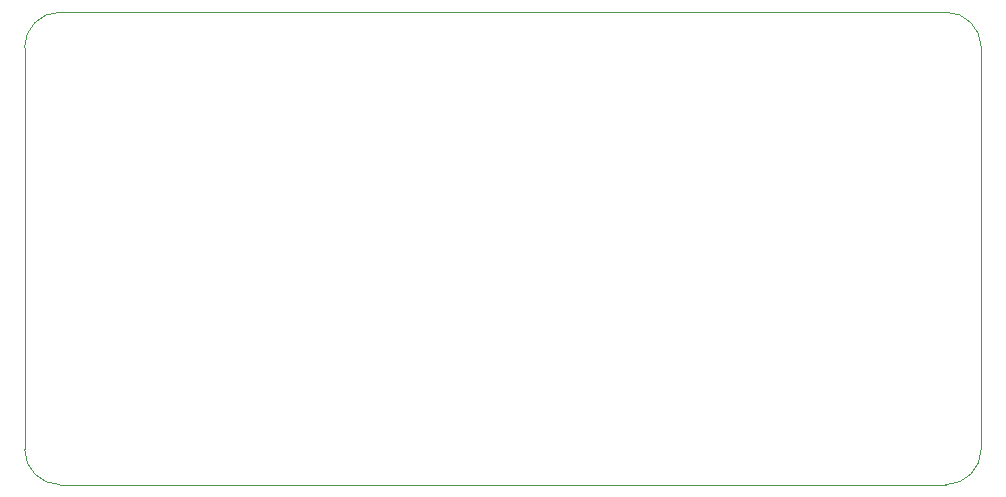
<source format=gbr>
%TF.GenerationSoftware,KiCad,Pcbnew,8.0.3*%
%TF.CreationDate,2024-08-07T13:34:54+02:00*%
%TF.ProjectId,NP_RGBW_HP,4e505f52-4742-4575-9f48-502e6b696361,rev?*%
%TF.SameCoordinates,Original*%
%TF.FileFunction,Profile,NP*%
%FSLAX46Y46*%
G04 Gerber Fmt 4.6, Leading zero omitted, Abs format (unit mm)*
G04 Created by KiCad (PCBNEW 8.0.3) date 2024-08-07 13:34:54*
%MOMM*%
%LPD*%
G01*
G04 APERTURE LIST*
%TA.AperFunction,Profile*%
%ADD10C,0.100000*%
%TD*%
G04 APERTURE END LIST*
D10*
X143000000Y-48000000D02*
G75*
G02*
X146000000Y-51000000I0J-3000000D01*
G01*
X146000000Y-85000000D02*
G75*
G02*
X143000000Y-88000000I-3000000J0D01*
G01*
X65000000Y-51000000D02*
G75*
G02*
X68000000Y-48000000I3000000J0D01*
G01*
X68000000Y-48000000D02*
X143000000Y-48000000D01*
X65000000Y-51000000D02*
X65000000Y-85000000D01*
X146000000Y-85000000D02*
X146000000Y-51000000D01*
X68000000Y-88000000D02*
G75*
G02*
X65000000Y-85000000I0J3000000D01*
G01*
X68000000Y-88000000D02*
X143000000Y-88000000D01*
M02*

</source>
